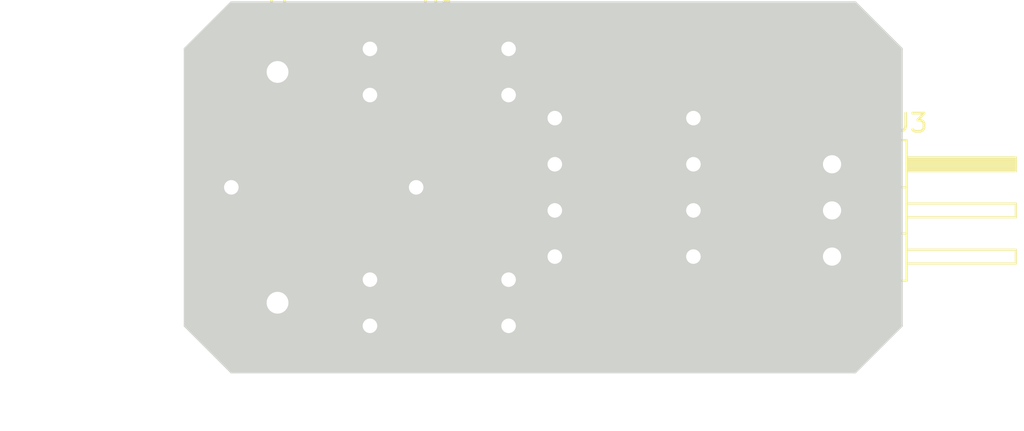
<source format=kicad_pcb>
(kicad_pcb (version 20171130) (host pcbnew "(5.0.0-3-g5ebb6b6)")

  (general
    (thickness 1.6)
    (drawings 10)
    (tracks 56)
    (zones 0)
    (modules 16)
    (nets 13)
  )

  (page A4)
  (layers
    (0 F.Cu signal)
    (31 B.Cu signal)
    (32 B.Adhes user hide)
    (33 F.Adhes user hide)
    (34 B.Paste user hide)
    (35 F.Paste user hide)
    (36 B.SilkS user hide)
    (37 F.SilkS user hide)
    (38 B.Mask user hide)
    (39 F.Mask user hide)
    (40 Dwgs.User user)
    (41 Cmts.User user)
    (42 Eco1.User user hide)
    (43 Eco2.User user hide)
    (44 Edge.Cuts user)
    (45 Margin user hide)
    (46 B.CrtYd user hide)
    (47 F.CrtYd user hide)
    (48 B.Fab user)
    (49 F.Fab user)
  )

  (setup
    (last_trace_width 0.635)
    (trace_clearance 0.3)
    (zone_clearance 0.3)
    (zone_45_only no)
    (trace_min 0.2)
    (segment_width 0.2)
    (edge_width 0.15)
    (via_size 1.6)
    (via_drill 0.8)
    (via_min_size 0.4)
    (via_min_drill 0.3)
    (uvia_size 0.3)
    (uvia_drill 0.1)
    (uvias_allowed no)
    (uvia_min_size 0.2)
    (uvia_min_drill 0.1)
    (pcb_text_width 0.3)
    (pcb_text_size 1.5 1.5)
    (mod_edge_width 0.15)
    (mod_text_size 1 1)
    (mod_text_width 0.15)
    (pad_size 1.524 1.524)
    (pad_drill 0.762)
    (pad_to_mask_clearance 0.2)
    (aux_axis_origin 121.92 100.33)
    (visible_elements FFFFFF7F)
    (pcbplotparams
      (layerselection 0x01000_fffffffe)
      (usegerberextensions false)
      (usegerberattributes false)
      (usegerberadvancedattributes false)
      (creategerberjobfile false)
      (excludeedgelayer true)
      (linewidth 0.100000)
      (plotframeref false)
      (viasonmask false)
      (mode 1)
      (useauxorigin true)
      (hpglpennumber 1)
      (hpglpenspeed 20)
      (hpglpendiameter 15.000000)
      (psnegative false)
      (psa4output false)
      (plotreference true)
      (plotvalue true)
      (plotinvisibletext false)
      (padsonsilk false)
      (subtractmaskfromsilk false)
      (outputformat 1)
      (mirror false)
      (drillshape 0)
      (scaleselection 1)
      (outputdirectory "./"))
  )

  (net 0 "")
  (net 1 GND)
  (net 2 "Net-(C1-Pad1)")
  (net 3 "Net-(J1-Pad1)")
  (net 4 "Net-(J2-Pad1)")
  (net 5 +5V)
  (net 6 RPM)
  (net 7 "Net-(R1-Pad2)")
  (net 8 "Net-(R2-Pad2)")
  (net 9 "Net-(R5-Pad2)")
  (net 10 "Net-(R5-Pad1)")
  (net 11 "Net-(R6-Pad2)")
  (net 12 "Net-(R8-Pad1)")

  (net_class Default "This is the default net class."
    (clearance 0.3)
    (trace_width 0.635)
    (via_dia 1.6)
    (via_drill 0.8)
    (uvia_dia 0.3)
    (uvia_drill 0.1)
    (add_net +5V)
    (add_net GND)
    (add_net "Net-(C1-Pad1)")
    (add_net "Net-(J1-Pad1)")
    (add_net "Net-(J2-Pad1)")
    (add_net "Net-(R1-Pad2)")
    (add_net "Net-(R2-Pad2)")
    (add_net "Net-(R5-Pad1)")
    (add_net "Net-(R5-Pad2)")
    (add_net "Net-(R6-Pad2)")
    (add_net "Net-(R8-Pad1)")
    (add_net RPM)
  )

  (module Capacitors_SMD:C_1206_HandSoldering (layer B.Cu) (tedit 58AA84D1) (tstamp 5B8EB76B)
    (at 144.78 92.71 270)
    (descr "Capacitor SMD 1206, hand soldering")
    (tags "capacitor 1206")
    (path /5B8EAE19)
    (attr smd)
    (fp_text reference C1 (at 0 1.75 270) (layer B.SilkS)
      (effects (font (size 1 1) (thickness 0.15)) (justify mirror))
    )
    (fp_text value 100n (at 0 -2 270) (layer B.Fab)
      (effects (font (size 1 1) (thickness 0.15)) (justify mirror))
    )
    (fp_line (start 3.25 -1.05) (end -3.25 -1.05) (layer B.CrtYd) (width 0.05))
    (fp_line (start 3.25 -1.05) (end 3.25 1.05) (layer B.CrtYd) (width 0.05))
    (fp_line (start -3.25 1.05) (end -3.25 -1.05) (layer B.CrtYd) (width 0.05))
    (fp_line (start -3.25 1.05) (end 3.25 1.05) (layer B.CrtYd) (width 0.05))
    (fp_line (start -1 -1.02) (end 1 -1.02) (layer B.SilkS) (width 0.12))
    (fp_line (start 1 1.02) (end -1 1.02) (layer B.SilkS) (width 0.12))
    (fp_line (start -1.6 0.8) (end 1.6 0.8) (layer B.Fab) (width 0.1))
    (fp_line (start 1.6 0.8) (end 1.6 -0.8) (layer B.Fab) (width 0.1))
    (fp_line (start 1.6 -0.8) (end -1.6 -0.8) (layer B.Fab) (width 0.1))
    (fp_line (start -1.6 -0.8) (end -1.6 0.8) (layer B.Fab) (width 0.1))
    (fp_text user %R (at 0 1.75 270) (layer B.Fab)
      (effects (font (size 1 1) (thickness 0.15)) (justify mirror))
    )
    (pad 2 smd rect (at 2 0 270) (size 2 1.6) (layers B.Cu B.Paste B.Mask)
      (net 1 GND))
    (pad 1 smd rect (at -2 0 270) (size 2 1.6) (layers B.Cu B.Paste B.Mask)
      (net 2 "Net-(C1-Pad1)"))
    (model Capacitors_SMD.3dshapes/C_1206.wrl
      (at (xyz 0 0 0))
      (scale (xyz 1 1 1))
      (rotate (xyz 0 0 0))
    )
  )

  (module Wire_Pads:SolderWirePad_single_1-2mmDrill (layer F.Cu) (tedit 0) (tstamp 5B8EB770)
    (at 127 83.82)
    (path /5B8EC2FD)
    (fp_text reference J1 (at 0 -3.81) (layer F.SilkS)
      (effects (font (size 1 1) (thickness 0.15)))
    )
    (fp_text value "PHASE A" (at -1.905 3.175) (layer F.Fab)
      (effects (font (size 1 1) (thickness 0.15)))
    )
    (pad 1 thru_hole circle (at 0 0) (size 3.50012 3.50012) (drill 1.19888) (layers *.Cu *.Mask)
      (net 3 "Net-(J1-Pad1)"))
  )

  (module Wire_Pads:SolderWirePad_single_1-2mmDrill (layer F.Cu) (tedit 0) (tstamp 5B8EB775)
    (at 127 96.52)
    (path /5B8EC379)
    (fp_text reference J2 (at 0 -3.81) (layer F.SilkS)
      (effects (font (size 1 1) (thickness 0.15)))
    )
    (fp_text value "PHASE B" (at -1.905 3.175) (layer F.Fab)
      (effects (font (size 1 1) (thickness 0.15)))
    )
    (pad 1 thru_hole circle (at 0 0) (size 3.50012 3.50012) (drill 1.19888) (layers *.Cu *.Mask)
      (net 4 "Net-(J2-Pad1)"))
  )

  (module Pin_Headers:Pin_Header_Angled_1x03_Pitch2.54mm (layer F.Cu) (tedit 59650532) (tstamp 5B8EB7B5)
    (at 157.48 88.9)
    (descr "Through hole angled pin header, 1x03, 2.54mm pitch, 6mm pin length, single row")
    (tags "Through hole angled pin header THT 1x03 2.54mm single row")
    (path /5B8EC4DC)
    (fp_text reference J3 (at 4.385 -2.27) (layer F.SilkS)
      (effects (font (size 1 1) (thickness 0.15)))
    )
    (fp_text value "JR Connector" (at 4.385 7.35) (layer F.Fab)
      (effects (font (size 1 1) (thickness 0.15)))
    )
    (fp_text user %R (at 2.77 2.54 90) (layer F.Fab)
      (effects (font (size 1 1) (thickness 0.15)))
    )
    (fp_line (start 10.55 -1.8) (end -1.8 -1.8) (layer F.CrtYd) (width 0.05))
    (fp_line (start 10.55 6.85) (end 10.55 -1.8) (layer F.CrtYd) (width 0.05))
    (fp_line (start -1.8 6.85) (end 10.55 6.85) (layer F.CrtYd) (width 0.05))
    (fp_line (start -1.8 -1.8) (end -1.8 6.85) (layer F.CrtYd) (width 0.05))
    (fp_line (start -1.27 -1.27) (end 0 -1.27) (layer F.SilkS) (width 0.12))
    (fp_line (start -1.27 0) (end -1.27 -1.27) (layer F.SilkS) (width 0.12))
    (fp_line (start 1.042929 5.46) (end 1.44 5.46) (layer F.SilkS) (width 0.12))
    (fp_line (start 1.042929 4.7) (end 1.44 4.7) (layer F.SilkS) (width 0.12))
    (fp_line (start 10.1 5.46) (end 4.1 5.46) (layer F.SilkS) (width 0.12))
    (fp_line (start 10.1 4.7) (end 10.1 5.46) (layer F.SilkS) (width 0.12))
    (fp_line (start 4.1 4.7) (end 10.1 4.7) (layer F.SilkS) (width 0.12))
    (fp_line (start 1.44 3.81) (end 4.1 3.81) (layer F.SilkS) (width 0.12))
    (fp_line (start 1.042929 2.92) (end 1.44 2.92) (layer F.SilkS) (width 0.12))
    (fp_line (start 1.042929 2.16) (end 1.44 2.16) (layer F.SilkS) (width 0.12))
    (fp_line (start 10.1 2.92) (end 4.1 2.92) (layer F.SilkS) (width 0.12))
    (fp_line (start 10.1 2.16) (end 10.1 2.92) (layer F.SilkS) (width 0.12))
    (fp_line (start 4.1 2.16) (end 10.1 2.16) (layer F.SilkS) (width 0.12))
    (fp_line (start 1.44 1.27) (end 4.1 1.27) (layer F.SilkS) (width 0.12))
    (fp_line (start 1.11 0.38) (end 1.44 0.38) (layer F.SilkS) (width 0.12))
    (fp_line (start 1.11 -0.38) (end 1.44 -0.38) (layer F.SilkS) (width 0.12))
    (fp_line (start 4.1 0.28) (end 10.1 0.28) (layer F.SilkS) (width 0.12))
    (fp_line (start 4.1 0.16) (end 10.1 0.16) (layer F.SilkS) (width 0.12))
    (fp_line (start 4.1 0.04) (end 10.1 0.04) (layer F.SilkS) (width 0.12))
    (fp_line (start 4.1 -0.08) (end 10.1 -0.08) (layer F.SilkS) (width 0.12))
    (fp_line (start 4.1 -0.2) (end 10.1 -0.2) (layer F.SilkS) (width 0.12))
    (fp_line (start 4.1 -0.32) (end 10.1 -0.32) (layer F.SilkS) (width 0.12))
    (fp_line (start 10.1 0.38) (end 4.1 0.38) (layer F.SilkS) (width 0.12))
    (fp_line (start 10.1 -0.38) (end 10.1 0.38) (layer F.SilkS) (width 0.12))
    (fp_line (start 4.1 -0.38) (end 10.1 -0.38) (layer F.SilkS) (width 0.12))
    (fp_line (start 4.1 -1.33) (end 1.44 -1.33) (layer F.SilkS) (width 0.12))
    (fp_line (start 4.1 6.41) (end 4.1 -1.33) (layer F.SilkS) (width 0.12))
    (fp_line (start 1.44 6.41) (end 4.1 6.41) (layer F.SilkS) (width 0.12))
    (fp_line (start 1.44 -1.33) (end 1.44 6.41) (layer F.SilkS) (width 0.12))
    (fp_line (start 4.04 5.4) (end 10.04 5.4) (layer F.Fab) (width 0.1))
    (fp_line (start 10.04 4.76) (end 10.04 5.4) (layer F.Fab) (width 0.1))
    (fp_line (start 4.04 4.76) (end 10.04 4.76) (layer F.Fab) (width 0.1))
    (fp_line (start -0.32 5.4) (end 1.5 5.4) (layer F.Fab) (width 0.1))
    (fp_line (start -0.32 4.76) (end -0.32 5.4) (layer F.Fab) (width 0.1))
    (fp_line (start -0.32 4.76) (end 1.5 4.76) (layer F.Fab) (width 0.1))
    (fp_line (start 4.04 2.86) (end 10.04 2.86) (layer F.Fab) (width 0.1))
    (fp_line (start 10.04 2.22) (end 10.04 2.86) (layer F.Fab) (width 0.1))
    (fp_line (start 4.04 2.22) (end 10.04 2.22) (layer F.Fab) (width 0.1))
    (fp_line (start -0.32 2.86) (end 1.5 2.86) (layer F.Fab) (width 0.1))
    (fp_line (start -0.32 2.22) (end -0.32 2.86) (layer F.Fab) (width 0.1))
    (fp_line (start -0.32 2.22) (end 1.5 2.22) (layer F.Fab) (width 0.1))
    (fp_line (start 4.04 0.32) (end 10.04 0.32) (layer F.Fab) (width 0.1))
    (fp_line (start 10.04 -0.32) (end 10.04 0.32) (layer F.Fab) (width 0.1))
    (fp_line (start 4.04 -0.32) (end 10.04 -0.32) (layer F.Fab) (width 0.1))
    (fp_line (start -0.32 0.32) (end 1.5 0.32) (layer F.Fab) (width 0.1))
    (fp_line (start -0.32 -0.32) (end -0.32 0.32) (layer F.Fab) (width 0.1))
    (fp_line (start -0.32 -0.32) (end 1.5 -0.32) (layer F.Fab) (width 0.1))
    (fp_line (start 1.5 -0.635) (end 2.135 -1.27) (layer F.Fab) (width 0.1))
    (fp_line (start 1.5 6.35) (end 1.5 -0.635) (layer F.Fab) (width 0.1))
    (fp_line (start 4.04 6.35) (end 1.5 6.35) (layer F.Fab) (width 0.1))
    (fp_line (start 4.04 -1.27) (end 4.04 6.35) (layer F.Fab) (width 0.1))
    (fp_line (start 2.135 -1.27) (end 4.04 -1.27) (layer F.Fab) (width 0.1))
    (pad 3 thru_hole oval (at 0 5.08) (size 1.7 1.7) (drill 1) (layers *.Cu *.Mask)
      (net 5 +5V))
    (pad 2 thru_hole oval (at 0 2.54) (size 1.7 1.7) (drill 1) (layers *.Cu *.Mask)
      (net 1 GND))
    (pad 1 thru_hole rect (at 0 0) (size 1.7 1.7) (drill 1) (layers *.Cu *.Mask)
      (net 6 RPM))
    (model ${KISYS3DMOD}/Pin_Headers.3dshapes/Pin_Header_Angled_1x03_Pitch2.54mm.wrl
      (at (xyz 0 0 0))
      (scale (xyz 1 1 1))
      (rotate (xyz 0 0 0))
    )
  )

  (module Resistors_THT:R_Axial_DIN0207_L6.3mm_D2.5mm_P10.16mm_Horizontal (layer F.Cu) (tedit 5874F706) (tstamp 5B8EB7CB)
    (at 124.46 90.17)
    (descr "Resistor, Axial_DIN0207 series, Axial, Horizontal, pin pitch=10.16mm, 0.25W = 1/4W, length*diameter=6.3*2.5mm^2, http://cdn-reichelt.de/documents/datenblatt/B400/1_4W%23YAG.pdf")
    (tags "Resistor Axial_DIN0207 series Axial Horizontal pin pitch 10.16mm 0.25W = 1/4W length 6.3mm diameter 2.5mm")
    (path /5B8EB74D)
    (fp_text reference R1 (at 5.08 -2.31) (layer F.SilkS)
      (effects (font (size 1 1) (thickness 0.15)))
    )
    (fp_text value 10k/22k (at 5.08 2.31) (layer F.Fab)
      (effects (font (size 1 1) (thickness 0.15)))
    )
    (fp_line (start 11.25 -1.6) (end -1.05 -1.6) (layer F.CrtYd) (width 0.05))
    (fp_line (start 11.25 1.6) (end 11.25 -1.6) (layer F.CrtYd) (width 0.05))
    (fp_line (start -1.05 1.6) (end 11.25 1.6) (layer F.CrtYd) (width 0.05))
    (fp_line (start -1.05 -1.6) (end -1.05 1.6) (layer F.CrtYd) (width 0.05))
    (fp_line (start 9.18 0) (end 8.29 0) (layer F.SilkS) (width 0.12))
    (fp_line (start 0.98 0) (end 1.87 0) (layer F.SilkS) (width 0.12))
    (fp_line (start 8.29 -1.31) (end 1.87 -1.31) (layer F.SilkS) (width 0.12))
    (fp_line (start 8.29 1.31) (end 8.29 -1.31) (layer F.SilkS) (width 0.12))
    (fp_line (start 1.87 1.31) (end 8.29 1.31) (layer F.SilkS) (width 0.12))
    (fp_line (start 1.87 -1.31) (end 1.87 1.31) (layer F.SilkS) (width 0.12))
    (fp_line (start 10.16 0) (end 8.23 0) (layer F.Fab) (width 0.1))
    (fp_line (start 0 0) (end 1.93 0) (layer F.Fab) (width 0.1))
    (fp_line (start 8.23 -1.25) (end 1.93 -1.25) (layer F.Fab) (width 0.1))
    (fp_line (start 8.23 1.25) (end 8.23 -1.25) (layer F.Fab) (width 0.1))
    (fp_line (start 1.93 1.25) (end 8.23 1.25) (layer F.Fab) (width 0.1))
    (fp_line (start 1.93 -1.25) (end 1.93 1.25) (layer F.Fab) (width 0.1))
    (pad 2 thru_hole oval (at 10.16 0) (size 1.6 1.6) (drill 0.8) (layers *.Cu *.Mask)
      (net 7 "Net-(R1-Pad2)"))
    (pad 1 thru_hole circle (at 0 0) (size 1.6 1.6) (drill 0.8) (layers *.Cu *.Mask)
      (net 3 "Net-(J1-Pad1)"))
    (model ${KISYS3DMOD}/Resistors_THT.3dshapes/R_Axial_DIN0207_L6.3mm_D2.5mm_P10.16mm_Horizontal.wrl
      (at (xyz 0 0 0))
      (scale (xyz 0.393701 0.393701 0.393701))
      (rotate (xyz 0 0 0))
    )
  )

  (module Resistors_SMD:R_1206_HandSoldering (layer B.Cu) (tedit 58E0A804) (tstamp 5B8EB7DC)
    (at 137.16 85.09 270)
    (descr "Resistor SMD 1206, hand soldering")
    (tags "resistor 1206")
    (path /5B8EB4CA)
    (attr smd)
    (fp_text reference R2 (at 0 1.85 270) (layer B.SilkS)
      (effects (font (size 1 1) (thickness 0.15)) (justify mirror))
    )
    (fp_text value 470 (at 0 -1.9 270) (layer B.Fab)
      (effects (font (size 1 1) (thickness 0.15)) (justify mirror))
    )
    (fp_text user %R (at 0 0 270) (layer B.Fab)
      (effects (font (size 0.7 0.7) (thickness 0.105)) (justify mirror))
    )
    (fp_line (start -1.6 -0.8) (end -1.6 0.8) (layer B.Fab) (width 0.1))
    (fp_line (start 1.6 -0.8) (end -1.6 -0.8) (layer B.Fab) (width 0.1))
    (fp_line (start 1.6 0.8) (end 1.6 -0.8) (layer B.Fab) (width 0.1))
    (fp_line (start -1.6 0.8) (end 1.6 0.8) (layer B.Fab) (width 0.1))
    (fp_line (start 1 -1.07) (end -1 -1.07) (layer B.SilkS) (width 0.12))
    (fp_line (start -1 1.07) (end 1 1.07) (layer B.SilkS) (width 0.12))
    (fp_line (start -3.25 1.11) (end 3.25 1.11) (layer B.CrtYd) (width 0.05))
    (fp_line (start -3.25 1.11) (end -3.25 -1.1) (layer B.CrtYd) (width 0.05))
    (fp_line (start 3.25 -1.1) (end 3.25 1.11) (layer B.CrtYd) (width 0.05))
    (fp_line (start 3.25 -1.1) (end -3.25 -1.1) (layer B.CrtYd) (width 0.05))
    (pad 1 smd rect (at -2 0 270) (size 2 1.7) (layers B.Cu B.Paste B.Mask)
      (net 5 +5V))
    (pad 2 smd rect (at 2 0 270) (size 2 1.7) (layers B.Cu B.Paste B.Mask)
      (net 8 "Net-(R2-Pad2)"))
    (model ${KISYS3DMOD}/Resistors_SMD.3dshapes/R_1206.wrl
      (at (xyz 0 0 0))
      (scale (xyz 1 1 1))
      (rotate (xyz 0 0 0))
    )
  )

  (module Resistors_SMD:R_1206_HandSoldering (layer B.Cu) (tedit 58E0A804) (tstamp 5B8EB7ED)
    (at 137.16 95.25 270)
    (descr "Resistor SMD 1206, hand soldering")
    (tags "resistor 1206")
    (path /5B8EB4EA)
    (attr smd)
    (fp_text reference R3 (at 0 1.85 270) (layer B.SilkS)
      (effects (font (size 1 1) (thickness 0.15)) (justify mirror))
    )
    (fp_text value 470 (at 0 -1.9 270) (layer B.Fab)
      (effects (font (size 1 1) (thickness 0.15)) (justify mirror))
    )
    (fp_line (start 3.25 -1.1) (end -3.25 -1.1) (layer B.CrtYd) (width 0.05))
    (fp_line (start 3.25 -1.1) (end 3.25 1.11) (layer B.CrtYd) (width 0.05))
    (fp_line (start -3.25 1.11) (end -3.25 -1.1) (layer B.CrtYd) (width 0.05))
    (fp_line (start -3.25 1.11) (end 3.25 1.11) (layer B.CrtYd) (width 0.05))
    (fp_line (start -1 1.07) (end 1 1.07) (layer B.SilkS) (width 0.12))
    (fp_line (start 1 -1.07) (end -1 -1.07) (layer B.SilkS) (width 0.12))
    (fp_line (start -1.6 0.8) (end 1.6 0.8) (layer B.Fab) (width 0.1))
    (fp_line (start 1.6 0.8) (end 1.6 -0.8) (layer B.Fab) (width 0.1))
    (fp_line (start 1.6 -0.8) (end -1.6 -0.8) (layer B.Fab) (width 0.1))
    (fp_line (start -1.6 -0.8) (end -1.6 0.8) (layer B.Fab) (width 0.1))
    (fp_text user %R (at 0 0 270) (layer B.Fab)
      (effects (font (size 0.7 0.7) (thickness 0.105)) (justify mirror))
    )
    (pad 2 smd rect (at 2 0 270) (size 2 1.7) (layers B.Cu B.Paste B.Mask)
      (net 1 GND))
    (pad 1 smd rect (at -2 0 270) (size 2 1.7) (layers B.Cu B.Paste B.Mask)
      (net 8 "Net-(R2-Pad2)"))
    (model ${KISYS3DMOD}/Resistors_SMD.3dshapes/R_1206.wrl
      (at (xyz 0 0 0))
      (scale (xyz 1 1 1))
      (rotate (xyz 0 0 0))
    )
  )

  (module Resistors_SMD:R_1206_HandSoldering (layer B.Cu) (tedit 58E0A804) (tstamp 5B8EB7FE)
    (at 139.7 90.17 90)
    (descr "Resistor SMD 1206, hand soldering")
    (tags "resistor 1206")
    (path /5B8F074B)
    (attr smd)
    (fp_text reference R4 (at 0 1.85 90) (layer B.SilkS)
      (effects (font (size 1 1) (thickness 0.15)) (justify mirror))
    )
    (fp_text value 470 (at 0 -1.9 90) (layer B.Fab)
      (effects (font (size 1 1) (thickness 0.15)) (justify mirror))
    )
    (fp_text user %R (at 0 0 90) (layer B.Fab)
      (effects (font (size 0.7 0.7) (thickness 0.105)) (justify mirror))
    )
    (fp_line (start -1.6 -0.8) (end -1.6 0.8) (layer B.Fab) (width 0.1))
    (fp_line (start 1.6 -0.8) (end -1.6 -0.8) (layer B.Fab) (width 0.1))
    (fp_line (start 1.6 0.8) (end 1.6 -0.8) (layer B.Fab) (width 0.1))
    (fp_line (start -1.6 0.8) (end 1.6 0.8) (layer B.Fab) (width 0.1))
    (fp_line (start 1 -1.07) (end -1 -1.07) (layer B.SilkS) (width 0.12))
    (fp_line (start -1 1.07) (end 1 1.07) (layer B.SilkS) (width 0.12))
    (fp_line (start -3.25 1.11) (end 3.25 1.11) (layer B.CrtYd) (width 0.05))
    (fp_line (start -3.25 1.11) (end -3.25 -1.1) (layer B.CrtYd) (width 0.05))
    (fp_line (start 3.25 -1.1) (end 3.25 1.11) (layer B.CrtYd) (width 0.05))
    (fp_line (start 3.25 -1.1) (end -3.25 -1.1) (layer B.CrtYd) (width 0.05))
    (pad 1 smd rect (at -2 0 90) (size 2 1.7) (layers B.Cu B.Paste B.Mask)
      (net 2 "Net-(C1-Pad1)"))
    (pad 2 smd rect (at 2 0 90) (size 2 1.7) (layers B.Cu B.Paste B.Mask)
      (net 8 "Net-(R2-Pad2)"))
    (model ${KISYS3DMOD}/Resistors_SMD.3dshapes/R_1206.wrl
      (at (xyz 0 0 0))
      (scale (xyz 1 1 1))
      (rotate (xyz 0 0 0))
    )
  )

  (module Resistors_SMD:R_1206_HandSoldering (layer B.Cu) (tedit 58E0A804) (tstamp 5B8EB80F)
    (at 147.32 88.9 270)
    (descr "Resistor SMD 1206, hand soldering")
    (tags "resistor 1206")
    (path /5B8EABFC)
    (attr smd)
    (fp_text reference R5 (at 0 1.85 270) (layer B.SilkS)
      (effects (font (size 1 1) (thickness 0.15)) (justify mirror))
    )
    (fp_text value 220 (at 0 -1.9 270) (layer B.Fab)
      (effects (font (size 1 1) (thickness 0.15)) (justify mirror))
    )
    (fp_line (start 3.25 -1.1) (end -3.25 -1.1) (layer B.CrtYd) (width 0.05))
    (fp_line (start 3.25 -1.1) (end 3.25 1.11) (layer B.CrtYd) (width 0.05))
    (fp_line (start -3.25 1.11) (end -3.25 -1.1) (layer B.CrtYd) (width 0.05))
    (fp_line (start -3.25 1.11) (end 3.25 1.11) (layer B.CrtYd) (width 0.05))
    (fp_line (start -1 1.07) (end 1 1.07) (layer B.SilkS) (width 0.12))
    (fp_line (start 1 -1.07) (end -1 -1.07) (layer B.SilkS) (width 0.12))
    (fp_line (start -1.6 0.8) (end 1.6 0.8) (layer B.Fab) (width 0.1))
    (fp_line (start 1.6 0.8) (end 1.6 -0.8) (layer B.Fab) (width 0.1))
    (fp_line (start 1.6 -0.8) (end -1.6 -0.8) (layer B.Fab) (width 0.1))
    (fp_line (start -1.6 -0.8) (end -1.6 0.8) (layer B.Fab) (width 0.1))
    (fp_text user %R (at 0 0 270) (layer B.Fab)
      (effects (font (size 0.7 0.7) (thickness 0.105)) (justify mirror))
    )
    (pad 2 smd rect (at 2 0 270) (size 2 1.7) (layers B.Cu B.Paste B.Mask)
      (net 9 "Net-(R5-Pad2)"))
    (pad 1 smd rect (at -2 0 270) (size 2 1.7) (layers B.Cu B.Paste B.Mask)
      (net 10 "Net-(R5-Pad1)"))
    (model ${KISYS3DMOD}/Resistors_SMD.3dshapes/R_1206.wrl
      (at (xyz 0 0 0))
      (scale (xyz 1 1 1))
      (rotate (xyz 0 0 0))
    )
  )

  (module Resistors_SMD:R_1206_HandSoldering (layer B.Cu) (tedit 58E0A804) (tstamp 5B8EB820)
    (at 155.575 97.155 180)
    (descr "Resistor SMD 1206, hand soldering")
    (tags "resistor 1206")
    (path /5B8F83BF)
    (attr smd)
    (fp_text reference R6 (at 0 1.85 180) (layer B.SilkS)
      (effects (font (size 1 1) (thickness 0.15)) (justify mirror))
    )
    (fp_text value 1k (at 0 -1.9 180) (layer B.Fab)
      (effects (font (size 1 1) (thickness 0.15)) (justify mirror))
    )
    (fp_line (start 3.25 -1.1) (end -3.25 -1.1) (layer B.CrtYd) (width 0.05))
    (fp_line (start 3.25 -1.1) (end 3.25 1.11) (layer B.CrtYd) (width 0.05))
    (fp_line (start -3.25 1.11) (end -3.25 -1.1) (layer B.CrtYd) (width 0.05))
    (fp_line (start -3.25 1.11) (end 3.25 1.11) (layer B.CrtYd) (width 0.05))
    (fp_line (start -1 1.07) (end 1 1.07) (layer B.SilkS) (width 0.12))
    (fp_line (start 1 -1.07) (end -1 -1.07) (layer B.SilkS) (width 0.12))
    (fp_line (start -1.6 0.8) (end 1.6 0.8) (layer B.Fab) (width 0.1))
    (fp_line (start 1.6 0.8) (end 1.6 -0.8) (layer B.Fab) (width 0.1))
    (fp_line (start 1.6 -0.8) (end -1.6 -0.8) (layer B.Fab) (width 0.1))
    (fp_line (start -1.6 -0.8) (end -1.6 0.8) (layer B.Fab) (width 0.1))
    (fp_text user %R (at 0 0 180) (layer B.Fab)
      (effects (font (size 0.7 0.7) (thickness 0.105)) (justify mirror))
    )
    (pad 2 smd rect (at 2 0 180) (size 2 1.7) (layers B.Cu B.Paste B.Mask)
      (net 11 "Net-(R6-Pad2)"))
    (pad 1 smd rect (at -2 0 180) (size 2 1.7) (layers B.Cu B.Paste B.Mask)
      (net 5 +5V))
    (model ${KISYS3DMOD}/Resistors_SMD.3dshapes/R_1206.wrl
      (at (xyz 0 0 0))
      (scale (xyz 1 1 1))
      (rotate (xyz 0 0 0))
    )
  )

  (module Resistors_SMD:R_1206_HandSoldering (layer B.Cu) (tedit 58E0A804) (tstamp 5B8EB831)
    (at 147.32 97.79 180)
    (descr "Resistor SMD 1206, hand soldering")
    (tags "resistor 1206")
    (path /5B8F83F5)
    (attr smd)
    (fp_text reference R7 (at 0 1.85 180) (layer B.SilkS)
      (effects (font (size 1 1) (thickness 0.15)) (justify mirror))
    )
    (fp_text value 1k (at 0 -1.9 180) (layer B.Fab)
      (effects (font (size 1 1) (thickness 0.15)) (justify mirror))
    )
    (fp_text user %R (at 0 0 180) (layer B.Fab)
      (effects (font (size 0.7 0.7) (thickness 0.105)) (justify mirror))
    )
    (fp_line (start -1.6 -0.8) (end -1.6 0.8) (layer B.Fab) (width 0.1))
    (fp_line (start 1.6 -0.8) (end -1.6 -0.8) (layer B.Fab) (width 0.1))
    (fp_line (start 1.6 0.8) (end 1.6 -0.8) (layer B.Fab) (width 0.1))
    (fp_line (start -1.6 0.8) (end 1.6 0.8) (layer B.Fab) (width 0.1))
    (fp_line (start 1 -1.07) (end -1 -1.07) (layer B.SilkS) (width 0.12))
    (fp_line (start -1 1.07) (end 1 1.07) (layer B.SilkS) (width 0.12))
    (fp_line (start -3.25 1.11) (end 3.25 1.11) (layer B.CrtYd) (width 0.05))
    (fp_line (start -3.25 1.11) (end -3.25 -1.1) (layer B.CrtYd) (width 0.05))
    (fp_line (start 3.25 -1.1) (end 3.25 1.11) (layer B.CrtYd) (width 0.05))
    (fp_line (start 3.25 -1.1) (end -3.25 -1.1) (layer B.CrtYd) (width 0.05))
    (pad 1 smd rect (at -2 0 180) (size 2 1.7) (layers B.Cu B.Paste B.Mask)
      (net 11 "Net-(R6-Pad2)"))
    (pad 2 smd rect (at 2 0 180) (size 2 1.7) (layers B.Cu B.Paste B.Mask)
      (net 1 GND))
    (model ${KISYS3DMOD}/Resistors_SMD.3dshapes/R_1206.wrl
      (at (xyz 0 0 0))
      (scale (xyz 1 1 1))
      (rotate (xyz 0 0 0))
    )
  )

  (module Resistors_SMD:R_1206_HandSoldering (layer B.Cu) (tedit 58E0A804) (tstamp 5B8EB842)
    (at 152.4 91.44 270)
    (descr "Resistor SMD 1206, hand soldering")
    (tags "resistor 1206")
    (path /5B8F8422)
    (attr smd)
    (fp_text reference R8 (at 0 1.85 270) (layer B.SilkS)
      (effects (font (size 1 1) (thickness 0.15)) (justify mirror))
    )
    (fp_text value 10k (at 0 -1.9 270) (layer B.Fab)
      (effects (font (size 1 1) (thickness 0.15)) (justify mirror))
    )
    (fp_line (start 3.25 -1.1) (end -3.25 -1.1) (layer B.CrtYd) (width 0.05))
    (fp_line (start 3.25 -1.1) (end 3.25 1.11) (layer B.CrtYd) (width 0.05))
    (fp_line (start -3.25 1.11) (end -3.25 -1.1) (layer B.CrtYd) (width 0.05))
    (fp_line (start -3.25 1.11) (end 3.25 1.11) (layer B.CrtYd) (width 0.05))
    (fp_line (start -1 1.07) (end 1 1.07) (layer B.SilkS) (width 0.12))
    (fp_line (start 1 -1.07) (end -1 -1.07) (layer B.SilkS) (width 0.12))
    (fp_line (start -1.6 0.8) (end 1.6 0.8) (layer B.Fab) (width 0.1))
    (fp_line (start 1.6 0.8) (end 1.6 -0.8) (layer B.Fab) (width 0.1))
    (fp_line (start 1.6 -0.8) (end -1.6 -0.8) (layer B.Fab) (width 0.1))
    (fp_line (start -1.6 -0.8) (end -1.6 0.8) (layer B.Fab) (width 0.1))
    (fp_text user %R (at 0 0 270) (layer B.Fab)
      (effects (font (size 0.7 0.7) (thickness 0.105)) (justify mirror))
    )
    (pad 2 smd rect (at 2 0 270) (size 2 1.7) (layers B.Cu B.Paste B.Mask)
      (net 9 "Net-(R5-Pad2)"))
    (pad 1 smd rect (at -2 0 270) (size 2 1.7) (layers B.Cu B.Paste B.Mask)
      (net 12 "Net-(R8-Pad1)"))
    (model ${KISYS3DMOD}/Resistors_SMD.3dshapes/R_1206.wrl
      (at (xyz 0 0 0))
      (scale (xyz 1 1 1))
      (rotate (xyz 0 0 0))
    )
  )

  (module Resistors_SMD:R_1206_HandSoldering (layer B.Cu) (tedit 58E0A804) (tstamp 5B8EB853)
    (at 154.94 86.36)
    (descr "Resistor SMD 1206, hand soldering")
    (tags "resistor 1206")
    (path /5B900D79)
    (attr smd)
    (fp_text reference R9 (at 0 1.85) (layer B.SilkS)
      (effects (font (size 1 1) (thickness 0.15)) (justify mirror))
    )
    (fp_text value 1k (at 0 -1.9) (layer B.Fab)
      (effects (font (size 1 1) (thickness 0.15)) (justify mirror))
    )
    (fp_text user %R (at 0 0) (layer B.Fab)
      (effects (font (size 0.7 0.7) (thickness 0.105)) (justify mirror))
    )
    (fp_line (start -1.6 -0.8) (end -1.6 0.8) (layer B.Fab) (width 0.1))
    (fp_line (start 1.6 -0.8) (end -1.6 -0.8) (layer B.Fab) (width 0.1))
    (fp_line (start 1.6 0.8) (end 1.6 -0.8) (layer B.Fab) (width 0.1))
    (fp_line (start -1.6 0.8) (end 1.6 0.8) (layer B.Fab) (width 0.1))
    (fp_line (start 1 -1.07) (end -1 -1.07) (layer B.SilkS) (width 0.12))
    (fp_line (start -1 1.07) (end 1 1.07) (layer B.SilkS) (width 0.12))
    (fp_line (start -3.25 1.11) (end 3.25 1.11) (layer B.CrtYd) (width 0.05))
    (fp_line (start -3.25 1.11) (end -3.25 -1.1) (layer B.CrtYd) (width 0.05))
    (fp_line (start 3.25 -1.1) (end 3.25 1.11) (layer B.CrtYd) (width 0.05))
    (fp_line (start 3.25 -1.1) (end -3.25 -1.1) (layer B.CrtYd) (width 0.05))
    (pad 1 smd rect (at -2 0) (size 2 1.7) (layers B.Cu B.Paste B.Mask)
      (net 12 "Net-(R8-Pad1)"))
    (pad 2 smd rect (at 2 0) (size 2 1.7) (layers B.Cu B.Paste B.Mask)
      (net 6 RPM))
    (model ${KISYS3DMOD}/Resistors_SMD.3dshapes/R_1206.wrl
      (at (xyz 0 0 0))
      (scale (xyz 1 1 1))
      (rotate (xyz 0 0 0))
    )
  )

  (module Housings_DIP:DIP-8_W7.62mm (layer F.Cu) (tedit 59C78D6B) (tstamp 5B8EB86F)
    (at 142.24 86.36)
    (descr "8-lead though-hole mounted DIP package, row spacing 7.62 mm (300 mils)")
    (tags "THT DIP DIL PDIP 2.54mm 7.62mm 300mil")
    (path /5B8EB24C)
    (fp_text reference U3 (at 3.81 -2.33) (layer F.SilkS)
      (effects (font (size 1 1) (thickness 0.15)))
    )
    (fp_text value MCP6002-xP (at 3.81 9.95) (layer F.Fab)
      (effects (font (size 1 1) (thickness 0.15)))
    )
    (fp_text user %R (at 3.81 3.81) (layer F.Fab)
      (effects (font (size 1 1) (thickness 0.15)))
    )
    (fp_line (start 8.7 -1.55) (end -1.1 -1.55) (layer F.CrtYd) (width 0.05))
    (fp_line (start 8.7 9.15) (end 8.7 -1.55) (layer F.CrtYd) (width 0.05))
    (fp_line (start -1.1 9.15) (end 8.7 9.15) (layer F.CrtYd) (width 0.05))
    (fp_line (start -1.1 -1.55) (end -1.1 9.15) (layer F.CrtYd) (width 0.05))
    (fp_line (start 6.46 -1.33) (end 4.81 -1.33) (layer F.SilkS) (width 0.12))
    (fp_line (start 6.46 8.95) (end 6.46 -1.33) (layer F.SilkS) (width 0.12))
    (fp_line (start 1.16 8.95) (end 6.46 8.95) (layer F.SilkS) (width 0.12))
    (fp_line (start 1.16 -1.33) (end 1.16 8.95) (layer F.SilkS) (width 0.12))
    (fp_line (start 2.81 -1.33) (end 1.16 -1.33) (layer F.SilkS) (width 0.12))
    (fp_line (start 0.635 -0.27) (end 1.635 -1.27) (layer F.Fab) (width 0.1))
    (fp_line (start 0.635 8.89) (end 0.635 -0.27) (layer F.Fab) (width 0.1))
    (fp_line (start 6.985 8.89) (end 0.635 8.89) (layer F.Fab) (width 0.1))
    (fp_line (start 6.985 -1.27) (end 6.985 8.89) (layer F.Fab) (width 0.1))
    (fp_line (start 1.635 -1.27) (end 6.985 -1.27) (layer F.Fab) (width 0.1))
    (fp_arc (start 3.81 -1.33) (end 2.81 -1.33) (angle -180) (layer F.SilkS) (width 0.12))
    (pad 8 thru_hole oval (at 7.62 0) (size 1.6 1.6) (drill 0.8) (layers *.Cu *.Mask)
      (net 5 +5V))
    (pad 4 thru_hole oval (at 0 7.62) (size 1.6 1.6) (drill 0.8) (layers *.Cu *.Mask)
      (net 1 GND))
    (pad 7 thru_hole oval (at 7.62 2.54) (size 1.6 1.6) (drill 0.8) (layers *.Cu *.Mask)
      (net 12 "Net-(R8-Pad1)"))
    (pad 3 thru_hole oval (at 0 5.08) (size 1.6 1.6) (drill 0.8) (layers *.Cu *.Mask)
      (net 2 "Net-(C1-Pad1)"))
    (pad 6 thru_hole oval (at 7.62 5.08) (size 1.6 1.6) (drill 0.8) (layers *.Cu *.Mask)
      (net 11 "Net-(R6-Pad2)"))
    (pad 2 thru_hole oval (at 0 2.54) (size 1.6 1.6) (drill 0.8) (layers *.Cu *.Mask)
      (net 10 "Net-(R5-Pad1)"))
    (pad 5 thru_hole oval (at 7.62 7.62) (size 1.6 1.6) (drill 0.8) (layers *.Cu *.Mask)
      (net 9 "Net-(R5-Pad2)"))
    (pad 1 thru_hole rect (at 0 0) (size 1.6 1.6) (drill 0.8) (layers *.Cu *.Mask)
      (net 10 "Net-(R5-Pad1)"))
    (model ${KISYS3DMOD}/Housings_DIP.3dshapes/DIP-8_W7.62mm.wrl
      (at (xyz 0 0 0))
      (scale (xyz 1 1 1))
      (rotate (xyz 0 0 0))
    )
  )

  (module Housings_DIP:DIP-4_W7.62mm (layer F.Cu) (tedit 59C78D6B) (tstamp 5B8ECBC1)
    (at 132.08 82.55)
    (descr "4-lead though-hole mounted DIP package, row spacing 7.62 mm (300 mils)")
    (tags "THT DIP DIL PDIP 2.54mm 7.62mm 300mil")
    (path /5B8EAB69)
    (fp_text reference U1 (at 3.81 -2.33) (layer F.SilkS)
      (effects (font (size 1 1) (thickness 0.15)))
    )
    (fp_text value PC817 (at 3.81 4.87) (layer F.Fab)
      (effects (font (size 1 1) (thickness 0.15)))
    )
    (fp_text user %R (at 3.81 1.27) (layer F.Fab)
      (effects (font (size 1 1) (thickness 0.15)))
    )
    (fp_line (start 8.7 -1.55) (end -1.1 -1.55) (layer F.CrtYd) (width 0.05))
    (fp_line (start 8.7 4.1) (end 8.7 -1.55) (layer F.CrtYd) (width 0.05))
    (fp_line (start -1.1 4.1) (end 8.7 4.1) (layer F.CrtYd) (width 0.05))
    (fp_line (start -1.1 -1.55) (end -1.1 4.1) (layer F.CrtYd) (width 0.05))
    (fp_line (start 6.46 -1.33) (end 4.81 -1.33) (layer F.SilkS) (width 0.12))
    (fp_line (start 6.46 3.87) (end 6.46 -1.33) (layer F.SilkS) (width 0.12))
    (fp_line (start 1.16 3.87) (end 6.46 3.87) (layer F.SilkS) (width 0.12))
    (fp_line (start 1.16 -1.33) (end 1.16 3.87) (layer F.SilkS) (width 0.12))
    (fp_line (start 2.81 -1.33) (end 1.16 -1.33) (layer F.SilkS) (width 0.12))
    (fp_line (start 0.635 -0.27) (end 1.635 -1.27) (layer F.Fab) (width 0.1))
    (fp_line (start 0.635 3.81) (end 0.635 -0.27) (layer F.Fab) (width 0.1))
    (fp_line (start 6.985 3.81) (end 0.635 3.81) (layer F.Fab) (width 0.1))
    (fp_line (start 6.985 -1.27) (end 6.985 3.81) (layer F.Fab) (width 0.1))
    (fp_line (start 1.635 -1.27) (end 6.985 -1.27) (layer F.Fab) (width 0.1))
    (fp_arc (start 3.81 -1.33) (end 2.81 -1.33) (angle -180) (layer F.SilkS) (width 0.12))
    (pad 4 thru_hole oval (at 7.62 0) (size 1.6 1.6) (drill 0.8) (layers *.Cu *.Mask)
      (net 5 +5V))
    (pad 2 thru_hole oval (at 0 2.54) (size 1.6 1.6) (drill 0.8) (layers *.Cu *.Mask)
      (net 4 "Net-(J2-Pad1)"))
    (pad 3 thru_hole oval (at 7.62 2.54) (size 1.6 1.6) (drill 0.8) (layers *.Cu *.Mask)
      (net 8 "Net-(R2-Pad2)"))
    (pad 1 thru_hole rect (at 0 0) (size 1.6 1.6) (drill 0.8) (layers *.Cu *.Mask)
      (net 7 "Net-(R1-Pad2)"))
    (model ${KISYS3DMOD}/Housings_DIP.3dshapes/DIP-4_W7.62mm.wrl
      (at (xyz 0 0 0))
      (scale (xyz 1 1 1))
      (rotate (xyz 0 0 0))
    )
  )

  (module Housings_DIP:DIP-4_W7.62mm (layer F.Cu) (tedit 59C78D6B) (tstamp 5B8ECBD9)
    (at 132.08 95.25)
    (descr "4-lead though-hole mounted DIP package, row spacing 7.62 mm (300 mils)")
    (tags "THT DIP DIL PDIP 2.54mm 7.62mm 300mil")
    (path /5B8EABA7)
    (fp_text reference U2 (at 3.81 -2.33) (layer F.SilkS)
      (effects (font (size 1 1) (thickness 0.15)))
    )
    (fp_text value PC817 (at 3.81 4.87) (layer F.Fab)
      (effects (font (size 1 1) (thickness 0.15)))
    )
    (fp_arc (start 3.81 -1.33) (end 2.81 -1.33) (angle -180) (layer F.SilkS) (width 0.12))
    (fp_line (start 1.635 -1.27) (end 6.985 -1.27) (layer F.Fab) (width 0.1))
    (fp_line (start 6.985 -1.27) (end 6.985 3.81) (layer F.Fab) (width 0.1))
    (fp_line (start 6.985 3.81) (end 0.635 3.81) (layer F.Fab) (width 0.1))
    (fp_line (start 0.635 3.81) (end 0.635 -0.27) (layer F.Fab) (width 0.1))
    (fp_line (start 0.635 -0.27) (end 1.635 -1.27) (layer F.Fab) (width 0.1))
    (fp_line (start 2.81 -1.33) (end 1.16 -1.33) (layer F.SilkS) (width 0.12))
    (fp_line (start 1.16 -1.33) (end 1.16 3.87) (layer F.SilkS) (width 0.12))
    (fp_line (start 1.16 3.87) (end 6.46 3.87) (layer F.SilkS) (width 0.12))
    (fp_line (start 6.46 3.87) (end 6.46 -1.33) (layer F.SilkS) (width 0.12))
    (fp_line (start 6.46 -1.33) (end 4.81 -1.33) (layer F.SilkS) (width 0.12))
    (fp_line (start -1.1 -1.55) (end -1.1 4.1) (layer F.CrtYd) (width 0.05))
    (fp_line (start -1.1 4.1) (end 8.7 4.1) (layer F.CrtYd) (width 0.05))
    (fp_line (start 8.7 4.1) (end 8.7 -1.55) (layer F.CrtYd) (width 0.05))
    (fp_line (start 8.7 -1.55) (end -1.1 -1.55) (layer F.CrtYd) (width 0.05))
    (fp_text user %R (at 3.81 1.27) (layer F.Fab)
      (effects (font (size 1 1) (thickness 0.15)))
    )
    (pad 1 thru_hole rect (at 0 0) (size 1.6 1.6) (drill 0.8) (layers *.Cu *.Mask)
      (net 4 "Net-(J2-Pad1)"))
    (pad 3 thru_hole oval (at 7.62 2.54) (size 1.6 1.6) (drill 0.8) (layers *.Cu *.Mask)
      (net 1 GND))
    (pad 2 thru_hole oval (at 0 2.54) (size 1.6 1.6) (drill 0.8) (layers *.Cu *.Mask)
      (net 7 "Net-(R1-Pad2)"))
    (pad 4 thru_hole oval (at 7.62 0) (size 1.6 1.6) (drill 0.8) (layers *.Cu *.Mask)
      (net 8 "Net-(R2-Pad2)"))
    (model ${KISYS3DMOD}/Housings_DIP.3dshapes/DIP-4_W7.62mm.wrl
      (at (xyz 0 0 0))
      (scale (xyz 1 1 1))
      (rotate (xyz 0 0 0))
    )
  )

  (gr_line (start 124.46 100.33) (end 121.92 97.79) (angle 90) (layer Edge.Cuts) (width 0.15))
  (gr_line (start 158.75 100.33) (end 124.46 100.33) (angle 90) (layer Edge.Cuts) (width 0.15))
  (gr_line (start 161.29 97.79) (end 158.75 100.33) (angle 90) (layer Edge.Cuts) (width 0.15))
  (gr_line (start 161.29 82.55) (end 161.29 97.79) (angle 90) (layer Edge.Cuts) (width 0.15))
  (gr_line (start 158.75 80.01) (end 161.29 82.55) (angle 90) (layer Edge.Cuts) (width 0.15))
  (gr_line (start 124.46 80.01) (end 158.75 80.01) (angle 90) (layer Edge.Cuts) (width 0.15))
  (gr_line (start 121.92 82.55) (end 124.46 80.01) (angle 90) (layer Edge.Cuts) (width 0.15))
  (gr_line (start 121.92 97.79) (end 121.92 82.55) (angle 90) (layer Edge.Cuts) (width 0.15))
  (dimension 20.32 (width 0.3) (layer Cmts.User)
    (gr_text "20.320 mm" (at 117.28 90.17 90) (layer Cmts.User)
      (effects (font (size 1.5 1.5) (thickness 0.3)))
    )
    (feature1 (pts (xy 124.46 80.01) (xy 118.793579 80.01)))
    (feature2 (pts (xy 124.46 100.33) (xy 118.793579 100.33)))
    (crossbar (pts (xy 119.38 100.33) (xy 119.38 80.01)))
    (arrow1a (pts (xy 119.38 80.01) (xy 119.966421 81.136504)))
    (arrow1b (pts (xy 119.38 80.01) (xy 118.793579 81.136504)))
    (arrow2a (pts (xy 119.38 100.33) (xy 119.966421 99.203496)))
    (arrow2b (pts (xy 119.38 100.33) (xy 118.793579 99.203496)))
  )
  (dimension 39.37 (width 0.3) (layer Cmts.User)
    (gr_text "39.370 mm" (at 141.605 104.969999) (layer Cmts.User)
      (effects (font (size 1.5 1.5) (thickness 0.3)))
    )
    (feature1 (pts (xy 161.29 97.79) (xy 161.29 103.45642)))
    (feature2 (pts (xy 121.92 97.79) (xy 121.92 103.45642)))
    (crossbar (pts (xy 121.92 102.869999) (xy 161.29 102.869999)))
    (arrow1a (pts (xy 161.29 102.869999) (xy 160.163496 103.45642)))
    (arrow1b (pts (xy 161.29 102.869999) (xy 160.163496 102.283578)))
    (arrow2a (pts (xy 121.92 102.869999) (xy 123.046504 103.45642)))
    (arrow2b (pts (xy 121.92 102.869999) (xy 123.046504 102.283578)))
  )

  (segment (start 142.24 91.44) (end 144.05 91.44) (width 0.635) (layer B.Cu) (net 2) (status C00000))
  (segment (start 144.05 91.44) (end 144.78 90.71) (width 0.635) (layer B.Cu) (net 2) (tstamp 5B8F0053) (status C00000))
  (segment (start 142.24 91.44) (end 140.43 91.44) (width 0.635) (layer B.Cu) (net 2) (status C00000))
  (segment (start 140.43 91.44) (end 139.7 92.17) (width 0.635) (layer B.Cu) (net 2) (tstamp 5B8F0278) (status C00000))
  (segment (start 124.46 90.17) (end 124.46 86.36) (width 0.635) (layer B.Cu) (net 3) (status 400000))
  (segment (start 124.46 86.36) (end 127 83.82) (width 0.635) (layer B.Cu) (net 3) (tstamp 5B8F170D) (status 800000))
  (segment (start 132.08 95.25) (end 128.27 95.25) (width 0.635) (layer B.Cu) (net 4) (status 400000))
  (segment (start 128.27 95.25) (end 127 96.52) (width 0.635) (layer B.Cu) (net 4) (tstamp 5B8F1711) (status 800000))
  (segment (start 132.08 85.09) (end 132.08 95.25) (width 0.635) (layer B.Cu) (net 4) (status C00000))
  (segment (start 139.7 82.55) (end 137.7 82.55) (width 0.635) (layer B.Cu) (net 5) (status C00000))
  (segment (start 137.7 82.55) (end 137.16 83.09) (width 0.635) (layer B.Cu) (net 5) (tstamp 5B8F12CC) (status C00000))
  (segment (start 157.575 97.155) (end 157.575 94.075) (width 0.635) (layer B.Cu) (net 5) (status C00000))
  (segment (start 157.575 94.075) (end 157.48 93.98) (width 0.635) (layer B.Cu) (net 5) (tstamp 5B8F1F32) (status C00000))
  (segment (start 157.48 93.98) (end 158.75 93.98) (width 0.635) (layer B.Cu) (net 5) (status 400000))
  (segment (start 156.845 82.55) (end 149.86 82.55) (width 0.635) (layer B.Cu) (net 5))
  (segment (start 149.86 82.55) (end 139.7 82.55) (width 0.635) (layer B.Cu) (net 5) (tstamp 5B8F1F45) (status 800000))
  (segment (start 158.75 93.98) (end 159.385 93.345) (width 0.635) (layer B.Cu) (net 5) (tstamp 5B8F1F38))
  (segment (start 159.385 93.345) (end 159.385 85.09) (width 0.635) (layer B.Cu) (net 5) (tstamp 5B8F1F39))
  (segment (start 159.385 85.09) (end 156.845 82.55) (width 0.635) (layer B.Cu) (net 5) (tstamp 5B8F1F3A))
  (segment (start 149.86 86.36) (end 149.86 82.55) (width 0.635) (layer B.Cu) (net 5) (status 400000))
  (segment (start 157.48 88.9) (end 157.48 86.9) (width 0.635) (layer B.Cu) (net 6) (status C00000))
  (segment (start 157.48 86.9) (end 156.94 86.36) (width 0.635) (layer B.Cu) (net 6) (tstamp 5B8F24C8) (status C00000))
  (segment (start 134.62 90.17) (end 134.62 96.52) (width 0.635) (layer B.Cu) (net 7) (status 400000))
  (segment (start 133.35 97.79) (end 132.08 97.79) (width 0.635) (layer B.Cu) (net 7) (tstamp 5B8F1717) (status 800000))
  (segment (start 134.62 96.52) (end 133.35 97.79) (width 0.635) (layer B.Cu) (net 7) (tstamp 5B8F1716))
  (segment (start 132.08 82.55) (end 133.35 82.55) (width 0.635) (layer B.Cu) (net 7) (status 400000))
  (segment (start 134.62 83.82) (end 134.62 90.17) (width 0.635) (layer B.Cu) (net 7) (tstamp 5B8F171D) (status 800000))
  (segment (start 133.35 82.55) (end 134.62 83.82) (width 0.635) (layer B.Cu) (net 7) (tstamp 5B8F171C))
  (segment (start 137.7 92.71) (end 137.16 93.25) (width 0.635) (layer B.Cu) (net 8) (tstamp 5B8EEE31) (status C00030))
  (segment (start 139.16 87.63) (end 139.7 88.17) (width 0.635) (layer B.Cu) (net 8) (tstamp 5B8F0274) (status C00000))
  (segment (start 139.7 85.09) (end 139.7 88.17) (width 0.635) (layer B.Cu) (net 8) (status C00000))
  (segment (start 139.7 95.25) (end 139.16 95.25) (width 0.635) (layer B.Cu) (net 8) (status C00000))
  (segment (start 139.16 95.25) (end 137.16 93.25) (width 0.635) (layer B.Cu) (net 8) (tstamp 5B8F12DC) (status C00000))
  (segment (start 137.16 93.25) (end 137.16 87.09) (width 0.635) (layer B.Cu) (net 8) (status C00000))
  (segment (start 139.7 88.17) (end 137.16 88.17) (width 0.635) (layer B.Cu) (net 8) (status 400000))
  (segment (start 137.16 87.63) (end 137.16 87.09) (width 0.635) (layer B.Cu) (net 8) (tstamp 5B8F12EF) (status C00000))
  (segment (start 137.16 88.17) (end 137.16 87.63) (width 0.635) (layer B.Cu) (net 8) (tstamp 5B8F12ED) (status 800000))
  (segment (start 149.86 93.98) (end 148.59 93.98) (width 0.635) (layer B.Cu) (net 9) (status 400000))
  (segment (start 147.32 92.71) (end 147.32 90.9) (width 0.635) (layer B.Cu) (net 9) (tstamp 5B8F004E) (status 800000))
  (segment (start 148.59 93.98) (end 147.32 92.71) (width 0.635) (layer B.Cu) (net 9) (tstamp 5B8F004D))
  (segment (start 149.86 93.98) (end 151.86 93.98) (width 0.635) (layer B.Cu) (net 9) (status C00000))
  (segment (start 151.86 93.98) (end 152.4 93.44) (width 0.635) (layer B.Cu) (net 9) (tstamp 5B8F04AD) (status C00000))
  (segment (start 142.24 86.36) (end 142.24 88.9) (width 0.635) (layer B.Cu) (net 10) (status C00000))
  (segment (start 142.24 86.36) (end 146.78 86.36) (width 0.635) (layer B.Cu) (net 10) (status C00000))
  (segment (start 146.78 86.36) (end 147.32 86.9) (width 0.635) (layer B.Cu) (net 10) (tstamp 5B8F004A) (status C00000))
  (segment (start 149.86 91.44) (end 153.67 91.44) (width 0.635) (layer B.Cu) (net 11) (status 400000))
  (segment (start 154.305 92.075) (end 154.305 96.425) (width 0.635) (layer B.Cu) (net 11) (tstamp 5B8F1CF3) (status 800000))
  (segment (start 153.67 91.44) (end 154.305 92.075) (width 0.635) (layer B.Cu) (net 11) (tstamp 5B8F1CF2))
  (segment (start 154.305 96.425) (end 153.575 97.155) (width 0.635) (layer B.Cu) (net 11) (tstamp 5B8F1CF4) (status C00000))
  (segment (start 153.575 97.155) (end 149.955 97.155) (width 0.635) (layer B.Cu) (net 11) (status C00000))
  (segment (start 149.955 97.155) (end 149.32 97.79) (width 0.635) (layer B.Cu) (net 11) (tstamp 5B8F24C0) (status C00000))
  (segment (start 149.86 88.9) (end 151.86 88.9) (width 0.635) (layer B.Cu) (net 12) (status C00000))
  (segment (start 151.86 88.9) (end 152.4 89.44) (width 0.635) (layer B.Cu) (net 12) (tstamp 5B8F04A9) (status C00000))
  (segment (start 152.305 89.345) (end 152.4 89.44) (width 0.635) (layer B.Cu) (net 12) (tstamp 5B8F0F3B) (status C00000))
  (segment (start 152.4 89.44) (end 152.4 86.9) (width 0.635) (layer B.Cu) (net 12) (status C00000))
  (segment (start 152.4 86.9) (end 152.94 86.36) (width 0.635) (layer B.Cu) (net 12) (tstamp 5B8F24C5) (status C00000))

  (zone (net 0) (net_name "") (layer Edge.Cuts) (tstamp 5B8F2520) (hatch edge 0.508)
    (connect_pads (clearance 0.508))
    (min_thickness 0.254)
    (fill yes (arc_segments 16) (thermal_gap 0.508) (thermal_bridge_width 0.508))
    (polygon
      (pts
        (xy 161.29 82.55) (xy 161.29 97.79) (xy 158.75 100.33) (xy 124.46 100.33) (xy 121.92 97.79)
        (xy 121.92 82.55) (xy 124.46 80.01) (xy 158.75 80.01)
      )
    )
    (filled_polygon
      (pts
        (xy 161.163 82.602606) (xy 161.163 97.737394) (xy 158.697394 100.203) (xy 124.512606 100.203) (xy 122.047 97.737394)
        (xy 122.047 82.602606) (xy 124.512606 80.137) (xy 158.697394 80.137)
      )
    )
  )
  (zone (net 1) (net_name GND) (layer B.Cu) (tstamp 5B8F251D) (hatch edge 0.508)
    (connect_pads (clearance 0.3))
    (min_thickness 0.2)
    (fill yes (arc_segments 16) (thermal_gap 0.3) (thermal_bridge_width 1.27))
    (polygon
      (pts
        (xy 161.29 82.55) (xy 161.29 97.79) (xy 158.75 100.33) (xy 124.46 100.33) (xy 121.92 97.79)
        (xy 121.92 82.55) (xy 124.46 80.01) (xy 158.75 80.01)
      )
    )
    (filled_polygon
      (pts
        (xy 160.815 82.746752) (xy 160.815001 97.593247) (xy 158.55325 99.855) (xy 135.99 99.855) (xy 135.99 98.495686)
        (xy 136.083418 98.589104) (xy 136.230435 98.65) (xy 136.635 98.65) (xy 136.735 98.55) (xy 136.735 97.75)
        (xy 137.585 97.75) (xy 137.585 98.55) (xy 137.685 98.65) (xy 138.089565 98.65) (xy 138.236582 98.589104)
        (xy 138.349104 98.476582) (xy 138.396539 98.362061) (xy 138.645132 98.362061) (xy 138.767783 98.545687) (xy 139.127933 98.844908)
        (xy 139.3 98.821411) (xy 139.3 98.19) (xy 140.1 98.19) (xy 140.1 98.821411) (xy 140.272067 98.844908)
        (xy 140.632217 98.545687) (xy 140.754868 98.362061) (xy 140.746616 98.315) (xy 143.92 98.315) (xy 143.92 98.719565)
        (xy 143.980896 98.866582) (xy 144.093418 98.979104) (xy 144.240435 99.04) (xy 144.72 99.04) (xy 144.82 98.94)
        (xy 144.82 98.215) (xy 145.82 98.215) (xy 145.82 98.94) (xy 145.92 99.04) (xy 146.399565 99.04)
        (xy 146.546582 98.979104) (xy 146.659104 98.866582) (xy 146.72 98.719565) (xy 146.72 98.315) (xy 146.62 98.215)
        (xy 145.82 98.215) (xy 144.82 98.215) (xy 144.02 98.215) (xy 143.92 98.315) (xy 140.746616 98.315)
        (xy 140.724695 98.19) (xy 140.1 98.19) (xy 139.3 98.19) (xy 138.675305 98.19) (xy 138.645132 98.362061)
        (xy 138.396539 98.362061) (xy 138.41 98.329565) (xy 138.41 97.85) (xy 138.31 97.75) (xy 137.585 97.75)
        (xy 136.735 97.75) (xy 136.605 97.75) (xy 136.605 97.217939) (xy 138.645132 97.217939) (xy 138.675305 97.39)
        (xy 139.3 97.39) (xy 139.3 96.758589) (xy 140.1 96.758589) (xy 140.1 97.39) (xy 140.724695 97.39)
        (xy 140.754868 97.217939) (xy 140.632217 97.034313) (xy 140.422934 96.860435) (xy 143.92 96.860435) (xy 143.92 97.265)
        (xy 144.02 97.365) (xy 144.82 97.365) (xy 144.82 96.64) (xy 145.82 96.64) (xy 145.82 97.365)
        (xy 146.62 97.365) (xy 146.72 97.265) (xy 146.72 96.860435) (xy 146.659104 96.713418) (xy 146.546582 96.600896)
        (xy 146.399565 96.54) (xy 145.92 96.54) (xy 145.82 96.64) (xy 144.82 96.64) (xy 144.72 96.54)
        (xy 144.240435 96.54) (xy 144.093418 96.600896) (xy 143.980896 96.713418) (xy 143.92 96.860435) (xy 140.422934 96.860435)
        (xy 140.272067 96.735092) (xy 140.1 96.758589) (xy 139.3 96.758589) (xy 139.127933 96.735092) (xy 138.767783 97.034313)
        (xy 138.645132 97.217939) (xy 136.605 97.217939) (xy 136.605 96.75) (xy 136.735 96.75) (xy 136.735 95.95)
        (xy 137.585 95.95) (xy 137.585 96.75) (xy 138.31 96.75) (xy 138.41 96.65) (xy 138.41 96.170435)
        (xy 138.349104 96.023418) (xy 138.236582 95.910896) (xy 138.089565 95.85) (xy 137.685 95.85) (xy 137.585 95.95)
        (xy 136.735 95.95) (xy 136.635 95.85) (xy 136.230435 95.85) (xy 136.083418 95.910896) (xy 135.99 96.004314)
        (xy 135.99 94.491067) (xy 136.021616 94.538384) (xy 136.153928 94.626791) (xy 136.31 94.657836) (xy 137.553139 94.657836)
        (xy 138.558726 95.663424) (xy 138.569625 95.718217) (xy 138.834848 96.115152) (xy 139.231783 96.380375) (xy 139.581812 96.45)
        (xy 139.818188 96.45) (xy 140.168217 96.380375) (xy 140.565152 96.115152) (xy 140.830375 95.718217) (xy 140.911574 95.31)
        (xy 143.58 95.31) (xy 143.58 95.789565) (xy 143.640896 95.936582) (xy 143.753418 96.049104) (xy 143.900435 96.11)
        (xy 144.28 96.11) (xy 144.38 96.01) (xy 144.38 95.21) (xy 145.18 95.21) (xy 145.18 96.01)
        (xy 145.28 96.11) (xy 145.659565 96.11) (xy 145.806582 96.049104) (xy 145.919104 95.936582) (xy 145.98 95.789565)
        (xy 145.98 95.31) (xy 145.88 95.21) (xy 145.18 95.21) (xy 144.38 95.21) (xy 143.68 95.21)
        (xy 143.58 95.31) (xy 140.911574 95.31) (xy 140.923509 95.25) (xy 140.830375 94.781783) (xy 140.67688 94.552061)
        (xy 141.185132 94.552061) (xy 141.307783 94.735687) (xy 141.667933 95.034908) (xy 141.84 95.011411) (xy 141.84 94.38)
        (xy 142.64 94.38) (xy 142.64 95.011411) (xy 142.812067 95.034908) (xy 143.172217 94.735687) (xy 143.294868 94.552061)
        (xy 143.264695 94.38) (xy 142.64 94.38) (xy 141.84 94.38) (xy 141.215305 94.38) (xy 141.185132 94.552061)
        (xy 140.67688 94.552061) (xy 140.565152 94.384848) (xy 140.168217 94.119625) (xy 139.818188 94.05) (xy 139.581812 94.05)
        (xy 139.231783 94.119625) (xy 139.119409 94.194711) (xy 138.555133 93.630435) (xy 143.58 93.630435) (xy 143.58 94.11)
        (xy 143.68 94.21) (xy 144.38 94.21) (xy 144.38 93.41) (xy 145.18 93.41) (xy 145.18 94.21)
        (xy 145.88 94.21) (xy 145.98 94.11) (xy 145.98 93.630435) (xy 145.919104 93.483418) (xy 145.806582 93.370896)
        (xy 145.659565 93.31) (xy 145.28 93.31) (xy 145.18 93.41) (xy 144.38 93.41) (xy 144.28 93.31)
        (xy 143.900435 93.31) (xy 143.753418 93.370896) (xy 143.640896 93.483418) (xy 143.58 93.630435) (xy 138.555133 93.630435)
        (xy 138.417836 93.493139) (xy 138.417836 92.778972) (xy 138.431555 92.710001) (xy 138.417836 92.64103) (xy 138.417836 92.25)
        (xy 138.386791 92.093928) (xy 138.298384 91.961616) (xy 138.166072 91.873209) (xy 138.01 91.842164) (xy 137.8775 91.842164)
        (xy 137.8775 91.17) (xy 138.442164 91.17) (xy 138.442164 93.17) (xy 138.473209 93.326072) (xy 138.561616 93.458384)
        (xy 138.693928 93.546791) (xy 138.85 93.577836) (xy 140.55 93.577836) (xy 140.706072 93.546791) (xy 140.838384 93.458384)
        (xy 140.872089 93.407939) (xy 141.185132 93.407939) (xy 141.215305 93.58) (xy 141.84 93.58) (xy 141.84 92.948589)
        (xy 142.64 92.948589) (xy 142.64 93.58) (xy 143.264695 93.58) (xy 143.294868 93.407939) (xy 143.172217 93.224313)
        (xy 142.812067 92.925092) (xy 142.64 92.948589) (xy 141.84 92.948589) (xy 141.667933 92.925092) (xy 141.307783 93.224313)
        (xy 141.185132 93.407939) (xy 140.872089 93.407939) (xy 140.926791 93.326072) (xy 140.957836 93.17) (xy 140.957836 92.1575)
        (xy 141.27619 92.1575) (xy 141.374848 92.305152) (xy 141.771783 92.570375) (xy 142.121812 92.64) (xy 142.358188 92.64)
        (xy 142.708217 92.570375) (xy 143.105152 92.305152) (xy 143.20381 92.1575) (xy 143.97934 92.1575) (xy 144.05 92.171555)
        (xy 144.12066 92.1575) (xy 144.120665 92.1575) (xy 144.32007 92.117836) (xy 145.58 92.117836) (xy 145.736072 92.086791)
        (xy 145.868384 91.998384) (xy 145.956791 91.866072) (xy 145.987836 91.71) (xy 145.987836 89.9) (xy 146.062164 89.9)
        (xy 146.062164 91.9) (xy 146.093209 92.056072) (xy 146.181616 92.188384) (xy 146.313928 92.276791) (xy 146.47 92.307836)
        (xy 146.6025 92.307836) (xy 146.6025 92.63934) (xy 146.588445 92.71) (xy 146.6025 92.78066) (xy 146.6025 92.780664)
        (xy 146.64413 92.989953) (xy 146.802712 93.227287) (xy 146.862619 93.267316) (xy 148.032683 94.437381) (xy 148.072712 94.497288)
        (xy 148.132618 94.537316) (xy 148.310044 94.655869) (xy 148.310045 94.655869) (xy 148.310046 94.65587) (xy 148.519335 94.6975)
        (xy 148.519339 94.6975) (xy 148.589999 94.711555) (xy 148.660659 94.6975) (xy 148.89619 94.6975) (xy 148.994848 94.845152)
        (xy 149.391783 95.110375) (xy 149.741812 95.18) (xy 149.978188 95.18) (xy 150.328217 95.110375) (xy 150.725152 94.845152)
        (xy 150.82381 94.6975) (xy 151.24098 94.6975) (xy 151.261616 94.728384) (xy 151.393928 94.816791) (xy 151.55 94.847836)
        (xy 153.25 94.847836) (xy 153.406072 94.816791) (xy 153.538384 94.728384) (xy 153.587501 94.654875) (xy 153.587501 95.897164)
        (xy 152.575 95.897164) (xy 152.418928 95.928209) (xy 152.286616 96.016616) (xy 152.198209 96.148928) (xy 152.167164 96.305)
        (xy 152.167164 96.4375) (xy 150.02566 96.4375) (xy 149.955 96.423445) (xy 149.88434 96.4375) (xy 149.884335 96.4375)
        (xy 149.675046 96.47913) (xy 149.675044 96.479131) (xy 149.675045 96.479131) (xy 149.595675 96.532164) (xy 148.32 96.532164)
        (xy 148.163928 96.563209) (xy 148.031616 96.651616) (xy 147.943209 96.783928) (xy 147.912164 96.94) (xy 147.912164 98.64)
        (xy 147.943209 98.796072) (xy 148.031616 98.928384) (xy 148.163928 99.016791) (xy 148.32 99.047836) (xy 150.32 99.047836)
        (xy 150.476072 99.016791) (xy 150.608384 98.928384) (xy 150.696791 98.796072) (xy 150.727836 98.64) (xy 150.727836 97.8725)
        (xy 152.167164 97.8725) (xy 152.167164 98.005) (xy 152.198209 98.161072) (xy 152.286616 98.293384) (xy 152.418928 98.381791)
        (xy 152.575 98.412836) (xy 154.575 98.412836) (xy 154.731072 98.381791) (xy 154.863384 98.293384) (xy 154.951791 98.161072)
        (xy 154.982836 98.005) (xy 154.982836 96.69507) (xy 155.0225 96.495665) (xy 155.0225 96.49566) (xy 155.036555 96.425)
        (xy 155.0225 96.35434) (xy 155.0225 92.14566) (xy 155.036555 92.075) (xy 155.030322 92.043661) (xy 156.385425 92.043661)
        (xy 156.503393 92.220278) (xy 156.876332 92.534614) (xy 157.055 92.515572) (xy 157.055 91.865) (xy 156.411414 91.865)
        (xy 156.385425 92.043661) (xy 155.030322 92.043661) (xy 155.0225 92.00434) (xy 155.0225 92.004335) (xy 154.98087 91.795046)
        (xy 154.961642 91.76627) (xy 154.862317 91.617618) (xy 154.862312 91.617613) (xy 154.822287 91.557712) (xy 154.762386 91.517687)
        (xy 154.227318 90.98262) (xy 154.187288 90.922712) (xy 154.058023 90.836339) (xy 156.385425 90.836339) (xy 156.411414 91.015)
        (xy 157.055 91.015) (xy 157.055 90.364428) (xy 156.876332 90.345386) (xy 156.503393 90.659722) (xy 156.385425 90.836339)
        (xy 154.058023 90.836339) (xy 153.949954 90.76413) (xy 153.740665 90.7225) (xy 153.74066 90.7225) (xy 153.67 90.708445)
        (xy 153.59934 90.7225) (xy 153.542316 90.7225) (xy 153.626791 90.596072) (xy 153.657836 90.44) (xy 153.657836 88.44)
        (xy 153.626791 88.283928) (xy 153.538384 88.151616) (xy 153.406072 88.063209) (xy 153.25 88.032164) (xy 153.1175 88.032164)
        (xy 153.1175 87.617836) (xy 153.94 87.617836) (xy 154.096072 87.586791) (xy 154.228384 87.498384) (xy 154.316791 87.366072)
        (xy 154.347836 87.21) (xy 154.347836 85.51) (xy 154.316791 85.353928) (xy 154.228384 85.221616) (xy 154.096072 85.133209)
        (xy 153.94 85.102164) (xy 151.94 85.102164) (xy 151.783928 85.133209) (xy 151.651616 85.221616) (xy 151.563209 85.353928)
        (xy 151.532164 85.51) (xy 151.532164 87.21) (xy 151.563209 87.366072) (xy 151.651616 87.498384) (xy 151.682501 87.51902)
        (xy 151.682501 88.032164) (xy 151.55 88.032164) (xy 151.393928 88.063209) (xy 151.261616 88.151616) (xy 151.24098 88.1825)
        (xy 150.82381 88.1825) (xy 150.725152 88.034848) (xy 150.328217 87.769625) (xy 149.978188 87.7) (xy 149.741812 87.7)
        (xy 149.391783 87.769625) (xy 148.994848 88.034848) (xy 148.729625 88.431783) (xy 148.636491 88.9) (xy 148.729625 89.368217)
        (xy 148.994848 89.765152) (xy 149.391783 90.030375) (xy 149.741812 90.1) (xy 149.978188 90.1) (xy 150.328217 90.030375)
        (xy 150.725152 89.765152) (xy 150.82381 89.6175) (xy 151.142164 89.6175) (xy 151.142164 90.44) (xy 151.173209 90.596072)
        (xy 151.257684 90.7225) (xy 150.82381 90.7225) (xy 150.725152 90.574848) (xy 150.328217 90.309625) (xy 149.978188 90.24)
        (xy 149.741812 90.24) (xy 149.391783 90.309625) (xy 148.994848 90.574848) (xy 148.729625 90.971783) (xy 148.636491 91.44)
        (xy 148.729625 91.908217) (xy 148.994848 92.305152) (xy 149.391783 92.570375) (xy 149.741812 92.64) (xy 149.978188 92.64)
        (xy 150.328217 92.570375) (xy 150.725152 92.305152) (xy 150.82381 92.1575) (xy 151.257684 92.1575) (xy 151.173209 92.283928)
        (xy 151.142164 92.44) (xy 151.142164 93.2625) (xy 150.82381 93.2625) (xy 150.725152 93.114848) (xy 150.328217 92.849625)
        (xy 149.978188 92.78) (xy 149.741812 92.78) (xy 149.391783 92.849625) (xy 148.994848 93.114848) (xy 148.89619 93.2625)
        (xy 148.887198 93.2625) (xy 148.0375 92.412803) (xy 148.0375 92.307836) (xy 148.17 92.307836) (xy 148.326072 92.276791)
        (xy 148.458384 92.188384) (xy 148.546791 92.056072) (xy 148.577836 91.9) (xy 148.577836 89.9) (xy 148.546791 89.743928)
        (xy 148.458384 89.611616) (xy 148.326072 89.523209) (xy 148.17 89.492164) (xy 146.47 89.492164) (xy 146.313928 89.523209)
        (xy 146.181616 89.611616) (xy 146.093209 89.743928) (xy 146.062164 89.9) (xy 145.987836 89.9) (xy 145.987836 89.71)
        (xy 145.956791 89.553928) (xy 145.868384 89.421616) (xy 145.736072 89.333209) (xy 145.58 89.302164) (xy 143.98 89.302164)
        (xy 143.823928 89.333209) (xy 143.691616 89.421616) (xy 143.603209 89.553928) (xy 143.572164 89.71) (xy 143.572164 90.7225)
        (xy 143.20381 90.7225) (xy 143.105152 90.574848) (xy 142.708217 90.309625) (xy 142.358188 90.24) (xy 142.121812 90.24)
        (xy 141.771783 90.309625) (xy 141.374848 90.574848) (xy 141.27619 90.7225) (xy 140.50066 90.7225) (xy 140.43 90.708445)
        (xy 140.35934 90.7225) (xy 140.359335 90.7225) (xy 140.15993 90.762164) (xy 138.85 90.762164) (xy 138.693928 90.793209)
        (xy 138.561616 90.881616) (xy 138.473209 91.013928) (xy 138.442164 91.17) (xy 137.8775 91.17) (xy 137.8775 88.8875)
        (xy 138.442164 88.8875) (xy 138.442164 89.17) (xy 138.473209 89.326072) (xy 138.561616 89.458384) (xy 138.693928 89.546791)
        (xy 138.85 89.577836) (xy 140.55 89.577836) (xy 140.706072 89.546791) (xy 140.838384 89.458384) (xy 140.926791 89.326072)
        (xy 140.957836 89.17) (xy 140.957836 88.9) (xy 141.016491 88.9) (xy 141.109625 89.368217) (xy 141.374848 89.765152)
        (xy 141.771783 90.030375) (xy 142.121812 90.1) (xy 142.358188 90.1) (xy 142.708217 90.030375) (xy 143.105152 89.765152)
        (xy 143.370375 89.368217) (xy 143.463509 88.9) (xy 143.370375 88.431783) (xy 143.105152 88.034848) (xy 142.9575 87.93619)
        (xy 142.9575 87.567836) (xy 143.04 87.567836) (xy 143.196072 87.536791) (xy 143.328384 87.448384) (xy 143.416791 87.316072)
        (xy 143.447836 87.16) (xy 143.447836 87.0775) (xy 146.062164 87.0775) (xy 146.062164 87.9) (xy 146.093209 88.056072)
        (xy 146.181616 88.188384) (xy 146.313928 88.276791) (xy 146.47 88.307836) (xy 148.17 88.307836) (xy 148.326072 88.276791)
        (xy 148.458384 88.188384) (xy 148.546791 88.056072) (xy 148.577836 87.9) (xy 148.577836 85.9) (xy 148.546791 85.743928)
        (xy 148.458384 85.611616) (xy 148.326072 85.523209) (xy 148.17 85.492164) (xy 146.47 85.492164) (xy 146.313928 85.523209)
        (xy 146.181616 85.611616) (xy 146.16098 85.6425) (xy 143.447836 85.6425) (xy 143.447836 85.56) (xy 143.416791 85.403928)
        (xy 143.328384 85.271616) (xy 143.196072 85.183209) (xy 143.04 85.152164) (xy 141.44 85.152164) (xy 141.283928 85.183209)
        (xy 141.151616 85.271616) (xy 141.063209 85.403928) (xy 141.032164 85.56) (xy 141.032164 87.16) (xy 141.063209 87.316072)
        (xy 141.151616 87.448384) (xy 141.283928 87.536791) (xy 141.44 87.567836) (xy 141.5225 87.567836) (xy 141.522501 87.93619)
        (xy 141.374848 88.034848) (xy 141.109625 88.431783) (xy 141.016491 88.9) (xy 140.957836 88.9) (xy 140.957836 87.17)
        (xy 140.926791 87.013928) (xy 140.838384 86.881616) (xy 140.706072 86.793209) (xy 140.55 86.762164) (xy 140.4175 86.762164)
        (xy 140.4175 86.05381) (xy 140.565152 85.955152) (xy 140.830375 85.558217) (xy 140.923509 85.09) (xy 140.830375 84.621783)
        (xy 140.565152 84.224848) (xy 140.168217 83.959625) (xy 139.818188 83.89) (xy 139.581812 83.89) (xy 139.231783 83.959625)
        (xy 138.834848 84.224848) (xy 138.569625 84.621783) (xy 138.476491 85.09) (xy 138.569625 85.558217) (xy 138.834848 85.955152)
        (xy 138.9825 86.05381) (xy 138.982501 86.762164) (xy 138.85 86.762164) (xy 138.693928 86.793209) (xy 138.561616 86.881616)
        (xy 138.473209 87.013928) (xy 138.442164 87.17) (xy 138.442164 87.4525) (xy 138.417836 87.4525) (xy 138.417836 86.09)
        (xy 138.386791 85.933928) (xy 138.298384 85.801616) (xy 138.166072 85.713209) (xy 138.01 85.682164) (xy 136.31 85.682164)
        (xy 136.153928 85.713209) (xy 136.021616 85.801616) (xy 135.99 85.848933) (xy 135.99 84.331067) (xy 136.021616 84.378384)
        (xy 136.153928 84.466791) (xy 136.31 84.497836) (xy 138.01 84.497836) (xy 138.166072 84.466791) (xy 138.298384 84.378384)
        (xy 138.386791 84.246072) (xy 138.417836 84.09) (xy 138.417836 83.2675) (xy 138.73619 83.2675) (xy 138.834848 83.415152)
        (xy 139.231783 83.680375) (xy 139.581812 83.75) (xy 139.818188 83.75) (xy 140.168217 83.680375) (xy 140.565152 83.415152)
        (xy 140.66381 83.2675) (xy 149.142501 83.2675) (xy 149.1425 85.39619) (xy 148.994848 85.494848) (xy 148.729625 85.891783)
        (xy 148.636491 86.36) (xy 148.729625 86.828217) (xy 148.994848 87.225152) (xy 149.391783 87.490375) (xy 149.741812 87.56)
        (xy 149.978188 87.56) (xy 150.328217 87.490375) (xy 150.725152 87.225152) (xy 150.990375 86.828217) (xy 151.083509 86.36)
        (xy 150.990375 85.891783) (xy 150.725152 85.494848) (xy 150.5775 85.39619) (xy 150.5775 83.2675) (xy 156.547803 83.2675)
        (xy 158.667501 85.387199) (xy 158.667501 87.835125) (xy 158.618384 87.761616) (xy 158.486072 87.673209) (xy 158.33 87.642164)
        (xy 158.1975 87.642164) (xy 158.1975 87.51902) (xy 158.228384 87.498384) (xy 158.316791 87.366072) (xy 158.347836 87.21)
        (xy 158.347836 85.51) (xy 158.316791 85.353928) (xy 158.228384 85.221616) (xy 158.096072 85.133209) (xy 157.94 85.102164)
        (xy 155.94 85.102164) (xy 155.783928 85.133209) (xy 155.651616 85.221616) (xy 155.563209 85.353928) (xy 155.532164 85.51)
        (xy 155.532164 87.21) (xy 155.563209 87.366072) (xy 155.651616 87.498384) (xy 155.783928 87.586791) (xy 155.94 87.617836)
        (xy 156.762501 87.617836) (xy 156.762501 87.642164) (xy 156.63 87.642164) (xy 156.473928 87.673209) (xy 156.341616 87.761616)
        (xy 156.253209 87.893928) (xy 156.222164 88.05) (xy 156.222164 89.75) (xy 156.253209 89.906072) (xy 156.341616 90.038384)
        (xy 156.473928 90.126791) (xy 156.63 90.157836) (xy 158.33 90.157836) (xy 158.486072 90.126791) (xy 158.618384 90.038384)
        (xy 158.6675 89.964875) (xy 158.6675 90.904998) (xy 158.564587 90.904998) (xy 158.574575 90.836339) (xy 158.456607 90.659722)
        (xy 158.083668 90.345386) (xy 157.905 90.364428) (xy 157.905 91.015) (xy 158.035 91.015) (xy 158.035 91.865)
        (xy 157.905 91.865) (xy 157.905 92.515572) (xy 158.083668 92.534614) (xy 158.456607 92.220278) (xy 158.574575 92.043661)
        (xy 158.564587 91.975002) (xy 158.6675 91.975002) (xy 158.6675 93.047802) (xy 158.483459 93.231844) (xy 158.381199 93.078801)
        (xy 157.967725 92.802527) (xy 157.603109 92.73) (xy 157.356891 92.73) (xy 156.992275 92.802527) (xy 156.578801 93.078801)
        (xy 156.302527 93.492275) (xy 156.205512 93.98) (xy 156.302527 94.467725) (xy 156.578801 94.881199) (xy 156.857501 95.06742)
        (xy 156.8575 95.897164) (xy 156.575 95.897164) (xy 156.418928 95.928209) (xy 156.286616 96.016616) (xy 156.198209 96.148928)
        (xy 156.167164 96.305) (xy 156.167164 98.005) (xy 156.198209 98.161072) (xy 156.286616 98.293384) (xy 156.418928 98.381791)
        (xy 156.575 98.412836) (xy 158.575 98.412836) (xy 158.731072 98.381791) (xy 158.863384 98.293384) (xy 158.951791 98.161072)
        (xy 158.982836 98.005) (xy 158.982836 96.305) (xy 158.951791 96.148928) (xy 158.863384 96.016616) (xy 158.731072 95.928209)
        (xy 158.575 95.897164) (xy 158.2925 95.897164) (xy 158.2925 94.940466) (xy 158.381199 94.881199) (xy 158.503943 94.6975)
        (xy 158.67934 94.6975) (xy 158.75 94.711555) (xy 158.82066 94.6975) (xy 158.820665 94.6975) (xy 159.029954 94.65587)
        (xy 159.267288 94.497288) (xy 159.307318 94.43738) (xy 159.842386 93.902313) (xy 159.902287 93.862288) (xy 159.942312 93.802387)
        (xy 159.942317 93.802382) (xy 160.041642 93.65373) (xy 160.06087 93.624954) (xy 160.1025 93.415665) (xy 160.1025 93.41566)
        (xy 160.116555 93.345) (xy 160.1025 93.27434) (xy 160.1025 85.160659) (xy 160.116555 85.089999) (xy 160.1025 85.019339)
        (xy 160.1025 85.019335) (xy 160.06087 84.810046) (xy 159.902288 84.572712) (xy 159.842382 84.532684) (xy 157.402318 82.092621)
        (xy 157.362288 82.032712) (xy 157.124954 81.87413) (xy 156.915665 81.8325) (xy 156.91566 81.8325) (xy 156.845 81.818445)
        (xy 156.77434 81.8325) (xy 149.930665 81.8325) (xy 149.86 81.818444) (xy 149.789336 81.8325) (xy 140.66381 81.8325)
        (xy 140.565152 81.684848) (xy 140.168217 81.419625) (xy 139.818188 81.35) (xy 139.581812 81.35) (xy 139.231783 81.419625)
        (xy 138.834848 81.684848) (xy 138.73619 81.8325) (xy 138.31902 81.8325) (xy 138.298384 81.801616) (xy 138.166072 81.713209)
        (xy 138.01 81.682164) (xy 136.31 81.682164) (xy 136.153928 81.713209) (xy 136.021616 81.801616) (xy 135.99 81.848933)
        (xy 135.99 80.485) (xy 158.55325 80.485)
      )
    )
  )
  (zone (net 0) (net_name "") (layer B.Cu) (tstamp 5B8F1F56) (hatch edge 0.508)
    (connect_pads (clearance 0.3))
    (min_thickness 0.2)
    (keepout (tracks allowed) (vias allowed) (copperpour not_allowed))
    (fill (arc_segments 16) (thermal_gap 0.3) (thermal_bridge_width 1.27))
    (polygon
      (pts
        (xy 135.89 100.33) (xy 124.46 100.33) (xy 121.92 97.79) (xy 121.92 82.55) (xy 124.46 80.01)
        (xy 135.89 80.01)
      )
    )
  )
)

</source>
